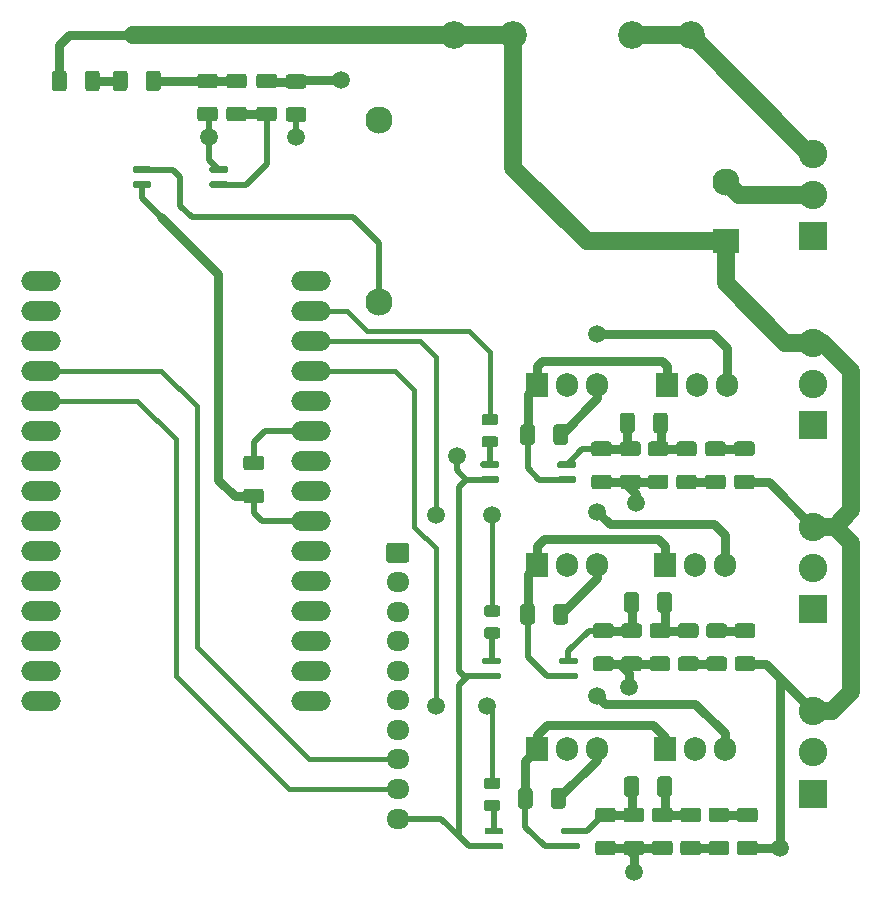
<source format=gbr>
G04 #@! TF.GenerationSoftware,KiCad,Pcbnew,(5.1.6)-1*
G04 #@! TF.CreationDate,2021-03-10T15:07:37+06:00*
G04 #@! TF.ProjectId,nodemcu01,6e6f6465-6d63-4753-9031-2e6b69636164,rev?*
G04 #@! TF.SameCoordinates,Original*
G04 #@! TF.FileFunction,Copper,L1,Top*
G04 #@! TF.FilePolarity,Positive*
%FSLAX46Y46*%
G04 Gerber Fmt 4.6, Leading zero omitted, Abs format (unit mm)*
G04 Created by KiCad (PCBNEW (5.1.6)-1) date 2021-03-10 15:07:37*
%MOMM*%
%LPD*%
G01*
G04 APERTURE LIST*
G04 #@! TA.AperFunction,ComponentPad*
%ADD10O,1.950000X1.700000*%
G04 #@! TD*
G04 #@! TA.AperFunction,ComponentPad*
%ADD11C,2.350000*%
G04 #@! TD*
G04 #@! TA.AperFunction,ComponentPad*
%ADD12C,2.300000*%
G04 #@! TD*
G04 #@! TA.AperFunction,ComponentPad*
%ADD13R,2.300000X2.000000*%
G04 #@! TD*
G04 #@! TA.AperFunction,ComponentPad*
%ADD14O,1.905000X2.000000*%
G04 #@! TD*
G04 #@! TA.AperFunction,ComponentPad*
%ADD15R,1.905000X2.000000*%
G04 #@! TD*
G04 #@! TA.AperFunction,ComponentPad*
%ADD16C,2.413000*%
G04 #@! TD*
G04 #@! TA.AperFunction,ComponentPad*
%ADD17R,2.413000X2.413000*%
G04 #@! TD*
G04 #@! TA.AperFunction,ComponentPad*
%ADD18O,3.352800X1.676400*%
G04 #@! TD*
G04 #@! TA.AperFunction,ViaPad*
%ADD19C,1.500000*%
G04 #@! TD*
G04 #@! TA.AperFunction,Conductor*
%ADD20C,0.400000*%
G04 #@! TD*
G04 #@! TA.AperFunction,Conductor*
%ADD21C,0.500000*%
G04 #@! TD*
G04 #@! TA.AperFunction,Conductor*
%ADD22C,0.800000*%
G04 #@! TD*
G04 #@! TA.AperFunction,Conductor*
%ADD23C,1.500000*%
G04 #@! TD*
G04 APERTURE END LIST*
D10*
G04 #@! TO.P,J5,10*
G04 #@! TO.N,GND*
X139800000Y-145500000D03*
G04 #@! TO.P,J5,9*
G04 #@! TO.N,SW9*
X139800000Y-143000000D03*
G04 #@! TO.P,J5,8*
G04 #@! TO.N,SW8*
X139800000Y-140500000D03*
G04 #@! TO.P,J5,7*
G04 #@! TO.N,SW7*
X139800000Y-138000000D03*
G04 #@! TO.P,J5,6*
G04 #@! TO.N,SW6*
X139800000Y-135500000D03*
G04 #@! TO.P,J5,5*
G04 #@! TO.N,SW5*
X139800000Y-133000000D03*
G04 #@! TO.P,J5,4*
G04 #@! TO.N,SW4*
X139800000Y-130500000D03*
G04 #@! TO.P,J5,3*
G04 #@! TO.N,SW3*
X139800000Y-128000000D03*
G04 #@! TO.P,J5,2*
G04 #@! TO.N,SW2*
X139800000Y-125500000D03*
G04 #@! TO.P,J5,1*
G04 #@! TO.N,SW1*
G04 #@! TA.AperFunction,ComponentPad*
G36*
G01*
X139075000Y-122150000D02*
X140525000Y-122150000D01*
G75*
G02*
X140775000Y-122400000I0J-250000D01*
G01*
X140775000Y-123600000D01*
G75*
G02*
X140525000Y-123850000I-250000J0D01*
G01*
X139075000Y-123850000D01*
G75*
G02*
X138825000Y-123600000I0J250000D01*
G01*
X138825000Y-122400000D01*
G75*
G02*
X139075000Y-122150000I250000J0D01*
G01*
G37*
G04 #@! TD.AperFunction*
G04 #@! TD*
G04 #@! TO.P,U3,4*
G04 #@! TO.N,ZC*
G04 #@! TA.AperFunction,SMDPad,CuDef*
G36*
G01*
X118950000Y-91697500D02*
X118950000Y-91972500D01*
G75*
G02*
X118812500Y-92110000I-137500J0D01*
G01*
X117487500Y-92110000D01*
G75*
G02*
X117350000Y-91972500I0J137500D01*
G01*
X117350000Y-91697500D01*
G75*
G02*
X117487500Y-91560000I137500J0D01*
G01*
X118812500Y-91560000D01*
G75*
G02*
X118950000Y-91697500I0J-137500D01*
G01*
G37*
G04 #@! TD.AperFunction*
G04 #@! TO.P,U3,3*
G04 #@! TO.N,GND*
G04 #@! TA.AperFunction,SMDPad,CuDef*
G36*
G01*
X118950000Y-90427500D02*
X118950000Y-90702500D01*
G75*
G02*
X118812500Y-90840000I-137500J0D01*
G01*
X117487500Y-90840000D01*
G75*
G02*
X117350000Y-90702500I0J137500D01*
G01*
X117350000Y-90427500D01*
G75*
G02*
X117487500Y-90290000I137500J0D01*
G01*
X118812500Y-90290000D01*
G75*
G02*
X118950000Y-90427500I0J-137500D01*
G01*
G37*
G04 #@! TD.AperFunction*
G04 #@! TO.P,U3,2*
G04 #@! TO.N,Net-(D3-Pad2)*
G04 #@! TA.AperFunction,SMDPad,CuDef*
G36*
G01*
X125450000Y-90427500D02*
X125450000Y-90702500D01*
G75*
G02*
X125312500Y-90840000I-137500J0D01*
G01*
X123987500Y-90840000D01*
G75*
G02*
X123850000Y-90702500I0J137500D01*
G01*
X123850000Y-90427500D01*
G75*
G02*
X123987500Y-90290000I137500J0D01*
G01*
X125312500Y-90290000D01*
G75*
G02*
X125450000Y-90427500I0J-137500D01*
G01*
G37*
G04 #@! TD.AperFunction*
G04 #@! TO.P,U3,1*
G04 #@! TO.N,Net-(D4-Pad1)*
G04 #@! TA.AperFunction,SMDPad,CuDef*
G36*
G01*
X125450000Y-91697500D02*
X125450000Y-91972500D01*
G75*
G02*
X125312500Y-92110000I-137500J0D01*
G01*
X123987500Y-92110000D01*
G75*
G02*
X123850000Y-91972500I0J137500D01*
G01*
X123850000Y-91697500D01*
G75*
G02*
X123987500Y-91560000I137500J0D01*
G01*
X125312500Y-91560000D01*
G75*
G02*
X125450000Y-91697500I0J-137500D01*
G01*
G37*
G04 #@! TD.AperFunction*
G04 #@! TD*
G04 #@! TO.P,U2,4*
G04 #@! TO.N,Net-(C5-Pad1)*
G04 #@! TA.AperFunction,SMDPad,CuDef*
G36*
G01*
X153650000Y-146702500D02*
X153650000Y-146427500D01*
G75*
G02*
X153787500Y-146290000I137500J0D01*
G01*
X155112500Y-146290000D01*
G75*
G02*
X155250000Y-146427500I0J-137500D01*
G01*
X155250000Y-146702500D01*
G75*
G02*
X155112500Y-146840000I-137500J0D01*
G01*
X153787500Y-146840000D01*
G75*
G02*
X153650000Y-146702500I0J137500D01*
G01*
G37*
G04 #@! TD.AperFunction*
G04 #@! TO.P,U2,3*
G04 #@! TO.N,Net-(Q5-Pad1)*
G04 #@! TA.AperFunction,SMDPad,CuDef*
G36*
G01*
X153650000Y-147972500D02*
X153650000Y-147697500D01*
G75*
G02*
X153787500Y-147560000I137500J0D01*
G01*
X155112500Y-147560000D01*
G75*
G02*
X155250000Y-147697500I0J-137500D01*
G01*
X155250000Y-147972500D01*
G75*
G02*
X155112500Y-148110000I-137500J0D01*
G01*
X153787500Y-148110000D01*
G75*
G02*
X153650000Y-147972500I0J137500D01*
G01*
G37*
G04 #@! TD.AperFunction*
G04 #@! TO.P,U2,2*
G04 #@! TO.N,GND*
G04 #@! TA.AperFunction,SMDPad,CuDef*
G36*
G01*
X147150000Y-147972500D02*
X147150000Y-147697500D01*
G75*
G02*
X147287500Y-147560000I137500J0D01*
G01*
X148612500Y-147560000D01*
G75*
G02*
X148750000Y-147697500I0J-137500D01*
G01*
X148750000Y-147972500D01*
G75*
G02*
X148612500Y-148110000I-137500J0D01*
G01*
X147287500Y-148110000D01*
G75*
G02*
X147150000Y-147972500I0J137500D01*
G01*
G37*
G04 #@! TD.AperFunction*
G04 #@! TO.P,U2,1*
G04 #@! TO.N,Net-(R3-Pad1)*
G04 #@! TA.AperFunction,SMDPad,CuDef*
G36*
G01*
X147150000Y-146702500D02*
X147150000Y-146427500D01*
G75*
G02*
X147287500Y-146290000I137500J0D01*
G01*
X148612500Y-146290000D01*
G75*
G02*
X148750000Y-146427500I0J-137500D01*
G01*
X148750000Y-146702500D01*
G75*
G02*
X148612500Y-146840000I-137500J0D01*
G01*
X147287500Y-146840000D01*
G75*
G02*
X147150000Y-146702500I0J137500D01*
G01*
G37*
G04 #@! TD.AperFunction*
G04 #@! TD*
G04 #@! TO.P,U1,4*
G04 #@! TO.N,Net-(C3-Pad1)*
G04 #@! TA.AperFunction,SMDPad,CuDef*
G36*
G01*
X153450000Y-132302500D02*
X153450000Y-132027500D01*
G75*
G02*
X153587500Y-131890000I137500J0D01*
G01*
X154912500Y-131890000D01*
G75*
G02*
X155050000Y-132027500I0J-137500D01*
G01*
X155050000Y-132302500D01*
G75*
G02*
X154912500Y-132440000I-137500J0D01*
G01*
X153587500Y-132440000D01*
G75*
G02*
X153450000Y-132302500I0J137500D01*
G01*
G37*
G04 #@! TD.AperFunction*
G04 #@! TO.P,U1,3*
G04 #@! TO.N,Net-(Q3-Pad1)*
G04 #@! TA.AperFunction,SMDPad,CuDef*
G36*
G01*
X153450000Y-133572500D02*
X153450000Y-133297500D01*
G75*
G02*
X153587500Y-133160000I137500J0D01*
G01*
X154912500Y-133160000D01*
G75*
G02*
X155050000Y-133297500I0J-137500D01*
G01*
X155050000Y-133572500D01*
G75*
G02*
X154912500Y-133710000I-137500J0D01*
G01*
X153587500Y-133710000D01*
G75*
G02*
X153450000Y-133572500I0J137500D01*
G01*
G37*
G04 #@! TD.AperFunction*
G04 #@! TO.P,U1,2*
G04 #@! TO.N,GND*
G04 #@! TA.AperFunction,SMDPad,CuDef*
G36*
G01*
X146950000Y-133572500D02*
X146950000Y-133297500D01*
G75*
G02*
X147087500Y-133160000I137500J0D01*
G01*
X148412500Y-133160000D01*
G75*
G02*
X148550000Y-133297500I0J-137500D01*
G01*
X148550000Y-133572500D01*
G75*
G02*
X148412500Y-133710000I-137500J0D01*
G01*
X147087500Y-133710000D01*
G75*
G02*
X146950000Y-133572500I0J137500D01*
G01*
G37*
G04 #@! TD.AperFunction*
G04 #@! TO.P,U1,1*
G04 #@! TO.N,Net-(R2-Pad1)*
G04 #@! TA.AperFunction,SMDPad,CuDef*
G36*
G01*
X146950000Y-132302500D02*
X146950000Y-132027500D01*
G75*
G02*
X147087500Y-131890000I137500J0D01*
G01*
X148412500Y-131890000D01*
G75*
G02*
X148550000Y-132027500I0J-137500D01*
G01*
X148550000Y-132302500D01*
G75*
G02*
X148412500Y-132440000I-137500J0D01*
G01*
X147087500Y-132440000D01*
G75*
G02*
X146950000Y-132302500I0J137500D01*
G01*
G37*
G04 #@! TD.AperFunction*
G04 #@! TD*
G04 #@! TO.P,U5,4*
G04 #@! TO.N,Net-(C1-Pad1)*
G04 #@! TA.AperFunction,SMDPad,CuDef*
G36*
G01*
X153300000Y-115667500D02*
X153300000Y-115392500D01*
G75*
G02*
X153437500Y-115255000I137500J0D01*
G01*
X154762500Y-115255000D01*
G75*
G02*
X154900000Y-115392500I0J-137500D01*
G01*
X154900000Y-115667500D01*
G75*
G02*
X154762500Y-115805000I-137500J0D01*
G01*
X153437500Y-115805000D01*
G75*
G02*
X153300000Y-115667500I0J137500D01*
G01*
G37*
G04 #@! TD.AperFunction*
G04 #@! TO.P,U5,3*
G04 #@! TO.N,Net-(Q1-Pad1)*
G04 #@! TA.AperFunction,SMDPad,CuDef*
G36*
G01*
X153300000Y-116937500D02*
X153300000Y-116662500D01*
G75*
G02*
X153437500Y-116525000I137500J0D01*
G01*
X154762500Y-116525000D01*
G75*
G02*
X154900000Y-116662500I0J-137500D01*
G01*
X154900000Y-116937500D01*
G75*
G02*
X154762500Y-117075000I-137500J0D01*
G01*
X153437500Y-117075000D01*
G75*
G02*
X153300000Y-116937500I0J137500D01*
G01*
G37*
G04 #@! TD.AperFunction*
G04 #@! TO.P,U5,2*
G04 #@! TO.N,GND*
G04 #@! TA.AperFunction,SMDPad,CuDef*
G36*
G01*
X146800000Y-116937500D02*
X146800000Y-116662500D01*
G75*
G02*
X146937500Y-116525000I137500J0D01*
G01*
X148262500Y-116525000D01*
G75*
G02*
X148400000Y-116662500I0J-137500D01*
G01*
X148400000Y-116937500D01*
G75*
G02*
X148262500Y-117075000I-137500J0D01*
G01*
X146937500Y-117075000D01*
G75*
G02*
X146800000Y-116937500I0J137500D01*
G01*
G37*
G04 #@! TD.AperFunction*
G04 #@! TO.P,U5,1*
G04 #@! TO.N,Net-(R1-Pad1)*
G04 #@! TA.AperFunction,SMDPad,CuDef*
G36*
G01*
X146800000Y-115667500D02*
X146800000Y-115392500D01*
G75*
G02*
X146937500Y-115255000I137500J0D01*
G01*
X148262500Y-115255000D01*
G75*
G02*
X148400000Y-115392500I0J-137500D01*
G01*
X148400000Y-115667500D01*
G75*
G02*
X148262500Y-115805000I-137500J0D01*
G01*
X146937500Y-115805000D01*
G75*
G02*
X146800000Y-115667500I0J137500D01*
G01*
G37*
G04 #@! TD.AperFunction*
G04 #@! TD*
G04 #@! TO.P,R3,2*
G04 #@! TO.N,Net-(M1-Pad27)*
G04 #@! TA.AperFunction,SMDPad,CuDef*
G36*
G01*
X148256250Y-143012500D02*
X147343750Y-143012500D01*
G75*
G02*
X147100000Y-142768750I0J243750D01*
G01*
X147100000Y-142281250D01*
G75*
G02*
X147343750Y-142037500I243750J0D01*
G01*
X148256250Y-142037500D01*
G75*
G02*
X148500000Y-142281250I0J-243750D01*
G01*
X148500000Y-142768750D01*
G75*
G02*
X148256250Y-143012500I-243750J0D01*
G01*
G37*
G04 #@! TD.AperFunction*
G04 #@! TO.P,R3,1*
G04 #@! TO.N,Net-(R3-Pad1)*
G04 #@! TA.AperFunction,SMDPad,CuDef*
G36*
G01*
X148256250Y-144887500D02*
X147343750Y-144887500D01*
G75*
G02*
X147100000Y-144643750I0J243750D01*
G01*
X147100000Y-144156250D01*
G75*
G02*
X147343750Y-143912500I243750J0D01*
G01*
X148256250Y-143912500D01*
G75*
G02*
X148500000Y-144156250I0J-243750D01*
G01*
X148500000Y-144643750D01*
G75*
G02*
X148256250Y-144887500I-243750J0D01*
G01*
G37*
G04 #@! TD.AperFunction*
G04 #@! TD*
G04 #@! TO.P,R2,2*
G04 #@! TO.N,Net-(M1-Pad28)*
G04 #@! TA.AperFunction,SMDPad,CuDef*
G36*
G01*
X148256250Y-128412500D02*
X147343750Y-128412500D01*
G75*
G02*
X147100000Y-128168750I0J243750D01*
G01*
X147100000Y-127681250D01*
G75*
G02*
X147343750Y-127437500I243750J0D01*
G01*
X148256250Y-127437500D01*
G75*
G02*
X148500000Y-127681250I0J-243750D01*
G01*
X148500000Y-128168750D01*
G75*
G02*
X148256250Y-128412500I-243750J0D01*
G01*
G37*
G04 #@! TD.AperFunction*
G04 #@! TO.P,R2,1*
G04 #@! TO.N,Net-(R2-Pad1)*
G04 #@! TA.AperFunction,SMDPad,CuDef*
G36*
G01*
X148256250Y-130287500D02*
X147343750Y-130287500D01*
G75*
G02*
X147100000Y-130043750I0J243750D01*
G01*
X147100000Y-129556250D01*
G75*
G02*
X147343750Y-129312500I243750J0D01*
G01*
X148256250Y-129312500D01*
G75*
G02*
X148500000Y-129556250I0J-243750D01*
G01*
X148500000Y-130043750D01*
G75*
G02*
X148256250Y-130287500I-243750J0D01*
G01*
G37*
G04 #@! TD.AperFunction*
G04 #@! TD*
G04 #@! TO.P,R1,2*
G04 #@! TO.N,Net-(M1-Pad29)*
G04 #@! TA.AperFunction,SMDPad,CuDef*
G36*
G01*
X148056250Y-112212500D02*
X147143750Y-112212500D01*
G75*
G02*
X146900000Y-111968750I0J243750D01*
G01*
X146900000Y-111481250D01*
G75*
G02*
X147143750Y-111237500I243750J0D01*
G01*
X148056250Y-111237500D01*
G75*
G02*
X148300000Y-111481250I0J-243750D01*
G01*
X148300000Y-111968750D01*
G75*
G02*
X148056250Y-112212500I-243750J0D01*
G01*
G37*
G04 #@! TD.AperFunction*
G04 #@! TO.P,R1,1*
G04 #@! TO.N,Net-(R1-Pad1)*
G04 #@! TA.AperFunction,SMDPad,CuDef*
G36*
G01*
X148056250Y-114087500D02*
X147143750Y-114087500D01*
G75*
G02*
X146900000Y-113843750I0J243750D01*
G01*
X146900000Y-113356250D01*
G75*
G02*
X147143750Y-113112500I243750J0D01*
G01*
X148056250Y-113112500D01*
G75*
G02*
X148300000Y-113356250I0J-243750D01*
G01*
X148300000Y-113843750D01*
G75*
G02*
X148056250Y-114087500I-243750J0D01*
G01*
G37*
G04 #@! TD.AperFunction*
G04 #@! TD*
D11*
G04 #@! TO.P,F1,1*
G04 #@! TO.N,Net-(F1-Pad1)*
X164600000Y-79200000D03*
X159600000Y-79200000D03*
G04 #@! TO.P,F1,2*
G04 #@! TO.N,ACL*
X144600000Y-79200000D03*
X149600000Y-79200000D03*
G04 #@! TD*
G04 #@! TO.P,R18,2*
G04 #@! TO.N,Net-(M1-Pad25)*
G04 #@! TA.AperFunction,SMDPad,CuDef*
G36*
G01*
X128225000Y-116025000D02*
X126975000Y-116025000D01*
G75*
G02*
X126725000Y-115775000I0J250000D01*
G01*
X126725000Y-115025000D01*
G75*
G02*
X126975000Y-114775000I250000J0D01*
G01*
X128225000Y-114775000D01*
G75*
G02*
X128475000Y-115025000I0J-250000D01*
G01*
X128475000Y-115775000D01*
G75*
G02*
X128225000Y-116025000I-250000J0D01*
G01*
G37*
G04 #@! TD.AperFunction*
G04 #@! TO.P,R18,1*
G04 #@! TO.N,ZC*
G04 #@! TA.AperFunction,SMDPad,CuDef*
G36*
G01*
X128225000Y-118825000D02*
X126975000Y-118825000D01*
G75*
G02*
X126725000Y-118575000I0J250000D01*
G01*
X126725000Y-117825000D01*
G75*
G02*
X126975000Y-117575000I250000J0D01*
G01*
X128225000Y-117575000D01*
G75*
G02*
X128475000Y-117825000I0J-250000D01*
G01*
X128475000Y-118575000D01*
G75*
G02*
X128225000Y-118825000I-250000J0D01*
G01*
G37*
G04 #@! TD.AperFunction*
G04 #@! TD*
D12*
G04 #@! TO.P,PS1,4*
G04 #@! TO.N,VDD*
X138200000Y-86400000D03*
G04 #@! TO.P,PS1,2*
G04 #@! TO.N,ACN*
X167600000Y-91600000D03*
D13*
G04 #@! TO.P,PS1,1*
G04 #@! TO.N,ACL*
X167600000Y-96600000D03*
D12*
G04 #@! TO.P,PS1,3*
G04 #@! TO.N,GND*
X138200000Y-101800000D03*
G04 #@! TD*
G04 #@! TO.P,R17,2*
G04 #@! TO.N,ACL*
G04 #@! TA.AperFunction,SMDPad,CuDef*
G36*
G01*
X168775000Y-147375000D02*
X170025000Y-147375000D01*
G75*
G02*
X170275000Y-147625000I0J-250000D01*
G01*
X170275000Y-148375000D01*
G75*
G02*
X170025000Y-148625000I-250000J0D01*
G01*
X168775000Y-148625000D01*
G75*
G02*
X168525000Y-148375000I0J250000D01*
G01*
X168525000Y-147625000D01*
G75*
G02*
X168775000Y-147375000I250000J0D01*
G01*
G37*
G04 #@! TD.AperFunction*
G04 #@! TO.P,R17,1*
G04 #@! TO.N,Net-(R16-Pad1)*
G04 #@! TA.AperFunction,SMDPad,CuDef*
G36*
G01*
X168775000Y-144575000D02*
X170025000Y-144575000D01*
G75*
G02*
X170275000Y-144825000I0J-250000D01*
G01*
X170275000Y-145575000D01*
G75*
G02*
X170025000Y-145825000I-250000J0D01*
G01*
X168775000Y-145825000D01*
G75*
G02*
X168525000Y-145575000I0J250000D01*
G01*
X168525000Y-144825000D01*
G75*
G02*
X168775000Y-144575000I250000J0D01*
G01*
G37*
G04 #@! TD.AperFunction*
G04 #@! TD*
G04 #@! TO.P,R16,2*
G04 #@! TO.N,Net-(D10-Pad2)*
G04 #@! TA.AperFunction,SMDPad,CuDef*
G36*
G01*
X166375000Y-147375000D02*
X167625000Y-147375000D01*
G75*
G02*
X167875000Y-147625000I0J-250000D01*
G01*
X167875000Y-148375000D01*
G75*
G02*
X167625000Y-148625000I-250000J0D01*
G01*
X166375000Y-148625000D01*
G75*
G02*
X166125000Y-148375000I0J250000D01*
G01*
X166125000Y-147625000D01*
G75*
G02*
X166375000Y-147375000I250000J0D01*
G01*
G37*
G04 #@! TD.AperFunction*
G04 #@! TO.P,R16,1*
G04 #@! TO.N,Net-(R16-Pad1)*
G04 #@! TA.AperFunction,SMDPad,CuDef*
G36*
G01*
X166375000Y-144575000D02*
X167625000Y-144575000D01*
G75*
G02*
X167875000Y-144825000I0J-250000D01*
G01*
X167875000Y-145575000D01*
G75*
G02*
X167625000Y-145825000I-250000J0D01*
G01*
X166375000Y-145825000D01*
G75*
G02*
X166125000Y-145575000I0J250000D01*
G01*
X166125000Y-144825000D01*
G75*
G02*
X166375000Y-144575000I250000J0D01*
G01*
G37*
G04 #@! TD.AperFunction*
G04 #@! TD*
G04 #@! TO.P,R15,2*
G04 #@! TO.N,Net-(C6-Pad1)*
G04 #@! TA.AperFunction,SMDPad,CuDef*
G36*
G01*
X161775000Y-143425000D02*
X161775000Y-142175000D01*
G75*
G02*
X162025000Y-141925000I250000J0D01*
G01*
X162775000Y-141925000D01*
G75*
G02*
X163025000Y-142175000I0J-250000D01*
G01*
X163025000Y-143425000D01*
G75*
G02*
X162775000Y-143675000I-250000J0D01*
G01*
X162025000Y-143675000D01*
G75*
G02*
X161775000Y-143425000I0J250000D01*
G01*
G37*
G04 #@! TD.AperFunction*
G04 #@! TO.P,R15,1*
G04 #@! TO.N,Net-(C5-Pad1)*
G04 #@! TA.AperFunction,SMDPad,CuDef*
G36*
G01*
X158975000Y-143425000D02*
X158975000Y-142175000D01*
G75*
G02*
X159225000Y-141925000I250000J0D01*
G01*
X159975000Y-141925000D01*
G75*
G02*
X160225000Y-142175000I0J-250000D01*
G01*
X160225000Y-143425000D01*
G75*
G02*
X159975000Y-143675000I-250000J0D01*
G01*
X159225000Y-143675000D01*
G75*
G02*
X158975000Y-143425000I0J250000D01*
G01*
G37*
G04 #@! TD.AperFunction*
G04 #@! TD*
G04 #@! TO.P,R14,2*
G04 #@! TO.N,Net-(C5-Pad2)*
G04 #@! TA.AperFunction,SMDPad,CuDef*
G36*
G01*
X152775000Y-144425000D02*
X152775000Y-143175000D01*
G75*
G02*
X153025000Y-142925000I250000J0D01*
G01*
X153775000Y-142925000D01*
G75*
G02*
X154025000Y-143175000I0J-250000D01*
G01*
X154025000Y-144425000D01*
G75*
G02*
X153775000Y-144675000I-250000J0D01*
G01*
X153025000Y-144675000D01*
G75*
G02*
X152775000Y-144425000I0J250000D01*
G01*
G37*
G04 #@! TD.AperFunction*
G04 #@! TO.P,R14,1*
G04 #@! TO.N,Net-(Q5-Pad1)*
G04 #@! TA.AperFunction,SMDPad,CuDef*
G36*
G01*
X149975000Y-144425000D02*
X149975000Y-143175000D01*
G75*
G02*
X150225000Y-142925000I250000J0D01*
G01*
X150975000Y-142925000D01*
G75*
G02*
X151225000Y-143175000I0J-250000D01*
G01*
X151225000Y-144425000D01*
G75*
G02*
X150975000Y-144675000I-250000J0D01*
G01*
X150225000Y-144675000D01*
G75*
G02*
X149975000Y-144425000I0J250000D01*
G01*
G37*
G04 #@! TD.AperFunction*
G04 #@! TD*
D14*
G04 #@! TO.P,Q6,3*
G04 #@! TO.N,Net-(C5-Pad2)*
X156680000Y-139600000D03*
G04 #@! TO.P,Q6,2*
G04 #@! TO.N,ACN*
X154140000Y-139600000D03*
D15*
G04 #@! TO.P,Q6,1*
G04 #@! TO.N,Net-(Q5-Pad1)*
X151600000Y-139600000D03*
G04 #@! TD*
D14*
G04 #@! TO.P,Q5,3*
G04 #@! TO.N,Net-(C5-Pad2)*
X167480000Y-139600000D03*
G04 #@! TO.P,Q5,2*
G04 #@! TO.N,CH3*
X164940000Y-139600000D03*
D15*
G04 #@! TO.P,Q5,1*
G04 #@! TO.N,Net-(Q5-Pad1)*
X162400000Y-139600000D03*
G04 #@! TD*
D16*
G04 #@! TO.P,J4,3*
G04 #@! TO.N,ACL*
X175000000Y-136402300D03*
G04 #@! TO.P,J4,2*
G04 #@! TO.N,N/C*
X175000000Y-139902420D03*
D17*
G04 #@! TO.P,J4,1*
G04 #@! TO.N,CH3*
X175000000Y-143400000D03*
G04 #@! TD*
G04 #@! TO.P,D10,2*
G04 #@! TO.N,Net-(D10-Pad2)*
G04 #@! TA.AperFunction,SMDPad,CuDef*
G36*
G01*
X163975000Y-147375000D02*
X165225000Y-147375000D01*
G75*
G02*
X165475000Y-147625000I0J-250000D01*
G01*
X165475000Y-148375000D01*
G75*
G02*
X165225000Y-148625000I-250000J0D01*
G01*
X163975000Y-148625000D01*
G75*
G02*
X163725000Y-148375000I0J250000D01*
G01*
X163725000Y-147625000D01*
G75*
G02*
X163975000Y-147375000I250000J0D01*
G01*
G37*
G04 #@! TD.AperFunction*
G04 #@! TO.P,D10,1*
G04 #@! TO.N,Net-(C6-Pad1)*
G04 #@! TA.AperFunction,SMDPad,CuDef*
G36*
G01*
X163975000Y-144575000D02*
X165225000Y-144575000D01*
G75*
G02*
X165475000Y-144825000I0J-250000D01*
G01*
X165475000Y-145575000D01*
G75*
G02*
X165225000Y-145825000I-250000J0D01*
G01*
X163975000Y-145825000D01*
G75*
G02*
X163725000Y-145575000I0J250000D01*
G01*
X163725000Y-144825000D01*
G75*
G02*
X163975000Y-144575000I250000J0D01*
G01*
G37*
G04 #@! TD.AperFunction*
G04 #@! TD*
G04 #@! TO.P,D9,2*
G04 #@! TO.N,Net-(C5-Pad2)*
G04 #@! TA.AperFunction,SMDPad,CuDef*
G36*
G01*
X156775000Y-147375000D02*
X158025000Y-147375000D01*
G75*
G02*
X158275000Y-147625000I0J-250000D01*
G01*
X158275000Y-148375000D01*
G75*
G02*
X158025000Y-148625000I-250000J0D01*
G01*
X156775000Y-148625000D01*
G75*
G02*
X156525000Y-148375000I0J250000D01*
G01*
X156525000Y-147625000D01*
G75*
G02*
X156775000Y-147375000I250000J0D01*
G01*
G37*
G04 #@! TD.AperFunction*
G04 #@! TO.P,D9,1*
G04 #@! TO.N,Net-(C5-Pad1)*
G04 #@! TA.AperFunction,SMDPad,CuDef*
G36*
G01*
X156775000Y-144575000D02*
X158025000Y-144575000D01*
G75*
G02*
X158275000Y-144825000I0J-250000D01*
G01*
X158275000Y-145575000D01*
G75*
G02*
X158025000Y-145825000I-250000J0D01*
G01*
X156775000Y-145825000D01*
G75*
G02*
X156525000Y-145575000I0J250000D01*
G01*
X156525000Y-144825000D01*
G75*
G02*
X156775000Y-144575000I250000J0D01*
G01*
G37*
G04 #@! TD.AperFunction*
G04 #@! TD*
G04 #@! TO.P,C6,2*
G04 #@! TO.N,Net-(C5-Pad2)*
G04 #@! TA.AperFunction,SMDPad,CuDef*
G36*
G01*
X161575000Y-147375000D02*
X162825000Y-147375000D01*
G75*
G02*
X163075000Y-147625000I0J-250000D01*
G01*
X163075000Y-148375000D01*
G75*
G02*
X162825000Y-148625000I-250000J0D01*
G01*
X161575000Y-148625000D01*
G75*
G02*
X161325000Y-148375000I0J250000D01*
G01*
X161325000Y-147625000D01*
G75*
G02*
X161575000Y-147375000I250000J0D01*
G01*
G37*
G04 #@! TD.AperFunction*
G04 #@! TO.P,C6,1*
G04 #@! TO.N,Net-(C6-Pad1)*
G04 #@! TA.AperFunction,SMDPad,CuDef*
G36*
G01*
X161575000Y-144575000D02*
X162825000Y-144575000D01*
G75*
G02*
X163075000Y-144825000I0J-250000D01*
G01*
X163075000Y-145575000D01*
G75*
G02*
X162825000Y-145825000I-250000J0D01*
G01*
X161575000Y-145825000D01*
G75*
G02*
X161325000Y-145575000I0J250000D01*
G01*
X161325000Y-144825000D01*
G75*
G02*
X161575000Y-144575000I250000J0D01*
G01*
G37*
G04 #@! TD.AperFunction*
G04 #@! TD*
G04 #@! TO.P,C5,2*
G04 #@! TO.N,Net-(C5-Pad2)*
G04 #@! TA.AperFunction,SMDPad,CuDef*
G36*
G01*
X159175000Y-147375000D02*
X160425000Y-147375000D01*
G75*
G02*
X160675000Y-147625000I0J-250000D01*
G01*
X160675000Y-148375000D01*
G75*
G02*
X160425000Y-148625000I-250000J0D01*
G01*
X159175000Y-148625000D01*
G75*
G02*
X158925000Y-148375000I0J250000D01*
G01*
X158925000Y-147625000D01*
G75*
G02*
X159175000Y-147375000I250000J0D01*
G01*
G37*
G04 #@! TD.AperFunction*
G04 #@! TO.P,C5,1*
G04 #@! TO.N,Net-(C5-Pad1)*
G04 #@! TA.AperFunction,SMDPad,CuDef*
G36*
G01*
X159175000Y-144575000D02*
X160425000Y-144575000D01*
G75*
G02*
X160675000Y-144825000I0J-250000D01*
G01*
X160675000Y-145575000D01*
G75*
G02*
X160425000Y-145825000I-250000J0D01*
G01*
X159175000Y-145825000D01*
G75*
G02*
X158925000Y-145575000I0J250000D01*
G01*
X158925000Y-144825000D01*
G75*
G02*
X159175000Y-144575000I250000J0D01*
G01*
G37*
G04 #@! TD.AperFunction*
G04 #@! TD*
G04 #@! TO.P,R13,2*
G04 #@! TO.N,ACL*
G04 #@! TA.AperFunction,SMDPad,CuDef*
G36*
G01*
X168575000Y-131775000D02*
X169825000Y-131775000D01*
G75*
G02*
X170075000Y-132025000I0J-250000D01*
G01*
X170075000Y-132775000D01*
G75*
G02*
X169825000Y-133025000I-250000J0D01*
G01*
X168575000Y-133025000D01*
G75*
G02*
X168325000Y-132775000I0J250000D01*
G01*
X168325000Y-132025000D01*
G75*
G02*
X168575000Y-131775000I250000J0D01*
G01*
G37*
G04 #@! TD.AperFunction*
G04 #@! TO.P,R13,1*
G04 #@! TO.N,Net-(R12-Pad1)*
G04 #@! TA.AperFunction,SMDPad,CuDef*
G36*
G01*
X168575000Y-128975000D02*
X169825000Y-128975000D01*
G75*
G02*
X170075000Y-129225000I0J-250000D01*
G01*
X170075000Y-129975000D01*
G75*
G02*
X169825000Y-130225000I-250000J0D01*
G01*
X168575000Y-130225000D01*
G75*
G02*
X168325000Y-129975000I0J250000D01*
G01*
X168325000Y-129225000D01*
G75*
G02*
X168575000Y-128975000I250000J0D01*
G01*
G37*
G04 #@! TD.AperFunction*
G04 #@! TD*
G04 #@! TO.P,R12,2*
G04 #@! TO.N,Net-(D8-Pad2)*
G04 #@! TA.AperFunction,SMDPad,CuDef*
G36*
G01*
X166175000Y-131775000D02*
X167425000Y-131775000D01*
G75*
G02*
X167675000Y-132025000I0J-250000D01*
G01*
X167675000Y-132775000D01*
G75*
G02*
X167425000Y-133025000I-250000J0D01*
G01*
X166175000Y-133025000D01*
G75*
G02*
X165925000Y-132775000I0J250000D01*
G01*
X165925000Y-132025000D01*
G75*
G02*
X166175000Y-131775000I250000J0D01*
G01*
G37*
G04 #@! TD.AperFunction*
G04 #@! TO.P,R12,1*
G04 #@! TO.N,Net-(R12-Pad1)*
G04 #@! TA.AperFunction,SMDPad,CuDef*
G36*
G01*
X166175000Y-128975000D02*
X167425000Y-128975000D01*
G75*
G02*
X167675000Y-129225000I0J-250000D01*
G01*
X167675000Y-129975000D01*
G75*
G02*
X167425000Y-130225000I-250000J0D01*
G01*
X166175000Y-130225000D01*
G75*
G02*
X165925000Y-129975000I0J250000D01*
G01*
X165925000Y-129225000D01*
G75*
G02*
X166175000Y-128975000I250000J0D01*
G01*
G37*
G04 #@! TD.AperFunction*
G04 #@! TD*
G04 #@! TO.P,R11,2*
G04 #@! TO.N,Net-(C4-Pad1)*
G04 #@! TA.AperFunction,SMDPad,CuDef*
G36*
G01*
X161775000Y-127825000D02*
X161775000Y-126575000D01*
G75*
G02*
X162025000Y-126325000I250000J0D01*
G01*
X162775000Y-126325000D01*
G75*
G02*
X163025000Y-126575000I0J-250000D01*
G01*
X163025000Y-127825000D01*
G75*
G02*
X162775000Y-128075000I-250000J0D01*
G01*
X162025000Y-128075000D01*
G75*
G02*
X161775000Y-127825000I0J250000D01*
G01*
G37*
G04 #@! TD.AperFunction*
G04 #@! TO.P,R11,1*
G04 #@! TO.N,Net-(C3-Pad1)*
G04 #@! TA.AperFunction,SMDPad,CuDef*
G36*
G01*
X158975000Y-127825000D02*
X158975000Y-126575000D01*
G75*
G02*
X159225000Y-126325000I250000J0D01*
G01*
X159975000Y-126325000D01*
G75*
G02*
X160225000Y-126575000I0J-250000D01*
G01*
X160225000Y-127825000D01*
G75*
G02*
X159975000Y-128075000I-250000J0D01*
G01*
X159225000Y-128075000D01*
G75*
G02*
X158975000Y-127825000I0J250000D01*
G01*
G37*
G04 #@! TD.AperFunction*
G04 #@! TD*
G04 #@! TO.P,R10,2*
G04 #@! TO.N,Net-(C3-Pad2)*
G04 #@! TA.AperFunction,SMDPad,CuDef*
G36*
G01*
X152975000Y-128825000D02*
X152975000Y-127575000D01*
G75*
G02*
X153225000Y-127325000I250000J0D01*
G01*
X153975000Y-127325000D01*
G75*
G02*
X154225000Y-127575000I0J-250000D01*
G01*
X154225000Y-128825000D01*
G75*
G02*
X153975000Y-129075000I-250000J0D01*
G01*
X153225000Y-129075000D01*
G75*
G02*
X152975000Y-128825000I0J250000D01*
G01*
G37*
G04 #@! TD.AperFunction*
G04 #@! TO.P,R10,1*
G04 #@! TO.N,Net-(Q3-Pad1)*
G04 #@! TA.AperFunction,SMDPad,CuDef*
G36*
G01*
X150175000Y-128825000D02*
X150175000Y-127575000D01*
G75*
G02*
X150425000Y-127325000I250000J0D01*
G01*
X151175000Y-127325000D01*
G75*
G02*
X151425000Y-127575000I0J-250000D01*
G01*
X151425000Y-128825000D01*
G75*
G02*
X151175000Y-129075000I-250000J0D01*
G01*
X150425000Y-129075000D01*
G75*
G02*
X150175000Y-128825000I0J250000D01*
G01*
G37*
G04 #@! TD.AperFunction*
G04 #@! TD*
D14*
G04 #@! TO.P,Q4,3*
G04 #@! TO.N,Net-(C3-Pad2)*
X156680000Y-124000000D03*
G04 #@! TO.P,Q4,2*
G04 #@! TO.N,ACN*
X154140000Y-124000000D03*
D15*
G04 #@! TO.P,Q4,1*
G04 #@! TO.N,Net-(Q3-Pad1)*
X151600000Y-124000000D03*
G04 #@! TD*
D14*
G04 #@! TO.P,Q3,3*
G04 #@! TO.N,Net-(C3-Pad2)*
X167480000Y-124000000D03*
G04 #@! TO.P,Q3,2*
G04 #@! TO.N,CH2*
X164940000Y-124000000D03*
D15*
G04 #@! TO.P,Q3,1*
G04 #@! TO.N,Net-(Q3-Pad1)*
X162400000Y-124000000D03*
G04 #@! TD*
D16*
G04 #@! TO.P,J3,3*
G04 #@! TO.N,ACL*
X175000000Y-120802300D03*
G04 #@! TO.P,J3,2*
G04 #@! TO.N,N/C*
X175000000Y-124302420D03*
D17*
G04 #@! TO.P,J3,1*
G04 #@! TO.N,CH2*
X175000000Y-127800000D03*
G04 #@! TD*
G04 #@! TO.P,D8,2*
G04 #@! TO.N,Net-(D8-Pad2)*
G04 #@! TA.AperFunction,SMDPad,CuDef*
G36*
G01*
X163775000Y-131775000D02*
X165025000Y-131775000D01*
G75*
G02*
X165275000Y-132025000I0J-250000D01*
G01*
X165275000Y-132775000D01*
G75*
G02*
X165025000Y-133025000I-250000J0D01*
G01*
X163775000Y-133025000D01*
G75*
G02*
X163525000Y-132775000I0J250000D01*
G01*
X163525000Y-132025000D01*
G75*
G02*
X163775000Y-131775000I250000J0D01*
G01*
G37*
G04 #@! TD.AperFunction*
G04 #@! TO.P,D8,1*
G04 #@! TO.N,Net-(C4-Pad1)*
G04 #@! TA.AperFunction,SMDPad,CuDef*
G36*
G01*
X163775000Y-128975000D02*
X165025000Y-128975000D01*
G75*
G02*
X165275000Y-129225000I0J-250000D01*
G01*
X165275000Y-129975000D01*
G75*
G02*
X165025000Y-130225000I-250000J0D01*
G01*
X163775000Y-130225000D01*
G75*
G02*
X163525000Y-129975000I0J250000D01*
G01*
X163525000Y-129225000D01*
G75*
G02*
X163775000Y-128975000I250000J0D01*
G01*
G37*
G04 #@! TD.AperFunction*
G04 #@! TD*
G04 #@! TO.P,D7,2*
G04 #@! TO.N,Net-(C3-Pad2)*
G04 #@! TA.AperFunction,SMDPad,CuDef*
G36*
G01*
X156575000Y-131775000D02*
X157825000Y-131775000D01*
G75*
G02*
X158075000Y-132025000I0J-250000D01*
G01*
X158075000Y-132775000D01*
G75*
G02*
X157825000Y-133025000I-250000J0D01*
G01*
X156575000Y-133025000D01*
G75*
G02*
X156325000Y-132775000I0J250000D01*
G01*
X156325000Y-132025000D01*
G75*
G02*
X156575000Y-131775000I250000J0D01*
G01*
G37*
G04 #@! TD.AperFunction*
G04 #@! TO.P,D7,1*
G04 #@! TO.N,Net-(C3-Pad1)*
G04 #@! TA.AperFunction,SMDPad,CuDef*
G36*
G01*
X156575000Y-128975000D02*
X157825000Y-128975000D01*
G75*
G02*
X158075000Y-129225000I0J-250000D01*
G01*
X158075000Y-129975000D01*
G75*
G02*
X157825000Y-130225000I-250000J0D01*
G01*
X156575000Y-130225000D01*
G75*
G02*
X156325000Y-129975000I0J250000D01*
G01*
X156325000Y-129225000D01*
G75*
G02*
X156575000Y-128975000I250000J0D01*
G01*
G37*
G04 #@! TD.AperFunction*
G04 #@! TD*
G04 #@! TO.P,C4,2*
G04 #@! TO.N,Net-(C3-Pad2)*
G04 #@! TA.AperFunction,SMDPad,CuDef*
G36*
G01*
X161375000Y-131775000D02*
X162625000Y-131775000D01*
G75*
G02*
X162875000Y-132025000I0J-250000D01*
G01*
X162875000Y-132775000D01*
G75*
G02*
X162625000Y-133025000I-250000J0D01*
G01*
X161375000Y-133025000D01*
G75*
G02*
X161125000Y-132775000I0J250000D01*
G01*
X161125000Y-132025000D01*
G75*
G02*
X161375000Y-131775000I250000J0D01*
G01*
G37*
G04 #@! TD.AperFunction*
G04 #@! TO.P,C4,1*
G04 #@! TO.N,Net-(C4-Pad1)*
G04 #@! TA.AperFunction,SMDPad,CuDef*
G36*
G01*
X161375000Y-128975000D02*
X162625000Y-128975000D01*
G75*
G02*
X162875000Y-129225000I0J-250000D01*
G01*
X162875000Y-129975000D01*
G75*
G02*
X162625000Y-130225000I-250000J0D01*
G01*
X161375000Y-130225000D01*
G75*
G02*
X161125000Y-129975000I0J250000D01*
G01*
X161125000Y-129225000D01*
G75*
G02*
X161375000Y-128975000I250000J0D01*
G01*
G37*
G04 #@! TD.AperFunction*
G04 #@! TD*
G04 #@! TO.P,C3,2*
G04 #@! TO.N,Net-(C3-Pad2)*
G04 #@! TA.AperFunction,SMDPad,CuDef*
G36*
G01*
X158975000Y-131775000D02*
X160225000Y-131775000D01*
G75*
G02*
X160475000Y-132025000I0J-250000D01*
G01*
X160475000Y-132775000D01*
G75*
G02*
X160225000Y-133025000I-250000J0D01*
G01*
X158975000Y-133025000D01*
G75*
G02*
X158725000Y-132775000I0J250000D01*
G01*
X158725000Y-132025000D01*
G75*
G02*
X158975000Y-131775000I250000J0D01*
G01*
G37*
G04 #@! TD.AperFunction*
G04 #@! TO.P,C3,1*
G04 #@! TO.N,Net-(C3-Pad1)*
G04 #@! TA.AperFunction,SMDPad,CuDef*
G36*
G01*
X158975000Y-128975000D02*
X160225000Y-128975000D01*
G75*
G02*
X160475000Y-129225000I0J-250000D01*
G01*
X160475000Y-129975000D01*
G75*
G02*
X160225000Y-130225000I-250000J0D01*
G01*
X158975000Y-130225000D01*
G75*
G02*
X158725000Y-129975000I0J250000D01*
G01*
X158725000Y-129225000D01*
G75*
G02*
X158975000Y-128975000I250000J0D01*
G01*
G37*
G04 #@! TD.AperFunction*
G04 #@! TD*
G04 #@! TO.P,R9,2*
G04 #@! TO.N,ACL*
G04 #@! TA.AperFunction,SMDPad,CuDef*
G36*
G01*
X111775000Y-82425000D02*
X111775000Y-83675000D01*
G75*
G02*
X111525000Y-83925000I-250000J0D01*
G01*
X110775000Y-83925000D01*
G75*
G02*
X110525000Y-83675000I0J250000D01*
G01*
X110525000Y-82425000D01*
G75*
G02*
X110775000Y-82175000I250000J0D01*
G01*
X111525000Y-82175000D01*
G75*
G02*
X111775000Y-82425000I0J-250000D01*
G01*
G37*
G04 #@! TD.AperFunction*
G04 #@! TO.P,R9,1*
G04 #@! TO.N,Net-(R8-Pad2)*
G04 #@! TA.AperFunction,SMDPad,CuDef*
G36*
G01*
X114575000Y-82425000D02*
X114575000Y-83675000D01*
G75*
G02*
X114325000Y-83925000I-250000J0D01*
G01*
X113575000Y-83925000D01*
G75*
G02*
X113325000Y-83675000I0J250000D01*
G01*
X113325000Y-82425000D01*
G75*
G02*
X113575000Y-82175000I250000J0D01*
G01*
X114325000Y-82175000D01*
G75*
G02*
X114575000Y-82425000I0J-250000D01*
G01*
G37*
G04 #@! TD.AperFunction*
G04 #@! TD*
G04 #@! TO.P,R8,2*
G04 #@! TO.N,Net-(R8-Pad2)*
G04 #@! TA.AperFunction,SMDPad,CuDef*
G36*
G01*
X116925000Y-82425000D02*
X116925000Y-83675000D01*
G75*
G02*
X116675000Y-83925000I-250000J0D01*
G01*
X115925000Y-83925000D01*
G75*
G02*
X115675000Y-83675000I0J250000D01*
G01*
X115675000Y-82425000D01*
G75*
G02*
X115925000Y-82175000I250000J0D01*
G01*
X116675000Y-82175000D01*
G75*
G02*
X116925000Y-82425000I0J-250000D01*
G01*
G37*
G04 #@! TD.AperFunction*
G04 #@! TO.P,R8,1*
G04 #@! TO.N,Net-(D3-Pad1)*
G04 #@! TA.AperFunction,SMDPad,CuDef*
G36*
G01*
X119725000Y-82425000D02*
X119725000Y-83675000D01*
G75*
G02*
X119475000Y-83925000I-250000J0D01*
G01*
X118725000Y-83925000D01*
G75*
G02*
X118475000Y-83675000I0J250000D01*
G01*
X118475000Y-82425000D01*
G75*
G02*
X118725000Y-82175000I250000J0D01*
G01*
X119475000Y-82175000D01*
G75*
G02*
X119725000Y-82425000I0J-250000D01*
G01*
G37*
G04 #@! TD.AperFunction*
G04 #@! TD*
D16*
G04 #@! TO.P,J2,3*
G04 #@! TO.N,Net-(F1-Pad1)*
X175000000Y-89202300D03*
G04 #@! TO.P,J2,2*
G04 #@! TO.N,ACN*
X175000000Y-92702420D03*
D17*
G04 #@! TO.P,J2,1*
G04 #@! TO.N,N/C*
X175000000Y-96200000D03*
G04 #@! TD*
G04 #@! TO.P,D6,2*
G04 #@! TO.N,Net-(D3-Pad2)*
G04 #@! TA.AperFunction,SMDPad,CuDef*
G36*
G01*
X130575000Y-85275000D02*
X131825000Y-85275000D01*
G75*
G02*
X132075000Y-85525000I0J-250000D01*
G01*
X132075000Y-86275000D01*
G75*
G02*
X131825000Y-86525000I-250000J0D01*
G01*
X130575000Y-86525000D01*
G75*
G02*
X130325000Y-86275000I0J250000D01*
G01*
X130325000Y-85525000D01*
G75*
G02*
X130575000Y-85275000I250000J0D01*
G01*
G37*
G04 #@! TD.AperFunction*
G04 #@! TO.P,D6,1*
G04 #@! TO.N,ACN*
G04 #@! TA.AperFunction,SMDPad,CuDef*
G36*
G01*
X130575000Y-82475000D02*
X131825000Y-82475000D01*
G75*
G02*
X132075000Y-82725000I0J-250000D01*
G01*
X132075000Y-83475000D01*
G75*
G02*
X131825000Y-83725000I-250000J0D01*
G01*
X130575000Y-83725000D01*
G75*
G02*
X130325000Y-83475000I0J250000D01*
G01*
X130325000Y-82725000D01*
G75*
G02*
X130575000Y-82475000I250000J0D01*
G01*
G37*
G04 #@! TD.AperFunction*
G04 #@! TD*
G04 #@! TO.P,D5,2*
G04 #@! TO.N,ACN*
G04 #@! TA.AperFunction,SMDPad,CuDef*
G36*
G01*
X129325000Y-83675000D02*
X128075000Y-83675000D01*
G75*
G02*
X127825000Y-83425000I0J250000D01*
G01*
X127825000Y-82675000D01*
G75*
G02*
X128075000Y-82425000I250000J0D01*
G01*
X129325000Y-82425000D01*
G75*
G02*
X129575000Y-82675000I0J-250000D01*
G01*
X129575000Y-83425000D01*
G75*
G02*
X129325000Y-83675000I-250000J0D01*
G01*
G37*
G04 #@! TD.AperFunction*
G04 #@! TO.P,D5,1*
G04 #@! TO.N,Net-(D4-Pad1)*
G04 #@! TA.AperFunction,SMDPad,CuDef*
G36*
G01*
X129325000Y-86475000D02*
X128075000Y-86475000D01*
G75*
G02*
X127825000Y-86225000I0J250000D01*
G01*
X127825000Y-85475000D01*
G75*
G02*
X128075000Y-85225000I250000J0D01*
G01*
X129325000Y-85225000D01*
G75*
G02*
X129575000Y-85475000I0J-250000D01*
G01*
X129575000Y-86225000D01*
G75*
G02*
X129325000Y-86475000I-250000J0D01*
G01*
G37*
G04 #@! TD.AperFunction*
G04 #@! TD*
G04 #@! TO.P,D4,2*
G04 #@! TO.N,Net-(D3-Pad1)*
G04 #@! TA.AperFunction,SMDPad,CuDef*
G36*
G01*
X126775000Y-83675000D02*
X125525000Y-83675000D01*
G75*
G02*
X125275000Y-83425000I0J250000D01*
G01*
X125275000Y-82675000D01*
G75*
G02*
X125525000Y-82425000I250000J0D01*
G01*
X126775000Y-82425000D01*
G75*
G02*
X127025000Y-82675000I0J-250000D01*
G01*
X127025000Y-83425000D01*
G75*
G02*
X126775000Y-83675000I-250000J0D01*
G01*
G37*
G04 #@! TD.AperFunction*
G04 #@! TO.P,D4,1*
G04 #@! TO.N,Net-(D4-Pad1)*
G04 #@! TA.AperFunction,SMDPad,CuDef*
G36*
G01*
X126775000Y-86475000D02*
X125525000Y-86475000D01*
G75*
G02*
X125275000Y-86225000I0J250000D01*
G01*
X125275000Y-85475000D01*
G75*
G02*
X125525000Y-85225000I250000J0D01*
G01*
X126775000Y-85225000D01*
G75*
G02*
X127025000Y-85475000I0J-250000D01*
G01*
X127025000Y-86225000D01*
G75*
G02*
X126775000Y-86475000I-250000J0D01*
G01*
G37*
G04 #@! TD.AperFunction*
G04 #@! TD*
G04 #@! TO.P,D3,2*
G04 #@! TO.N,Net-(D3-Pad2)*
G04 #@! TA.AperFunction,SMDPad,CuDef*
G36*
G01*
X123075000Y-85225000D02*
X124325000Y-85225000D01*
G75*
G02*
X124575000Y-85475000I0J-250000D01*
G01*
X124575000Y-86225000D01*
G75*
G02*
X124325000Y-86475000I-250000J0D01*
G01*
X123075000Y-86475000D01*
G75*
G02*
X122825000Y-86225000I0J250000D01*
G01*
X122825000Y-85475000D01*
G75*
G02*
X123075000Y-85225000I250000J0D01*
G01*
G37*
G04 #@! TD.AperFunction*
G04 #@! TO.P,D3,1*
G04 #@! TO.N,Net-(D3-Pad1)*
G04 #@! TA.AperFunction,SMDPad,CuDef*
G36*
G01*
X123075000Y-82425000D02*
X124325000Y-82425000D01*
G75*
G02*
X124575000Y-82675000I0J-250000D01*
G01*
X124575000Y-83425000D01*
G75*
G02*
X124325000Y-83675000I-250000J0D01*
G01*
X123075000Y-83675000D01*
G75*
G02*
X122825000Y-83425000I0J250000D01*
G01*
X122825000Y-82675000D01*
G75*
G02*
X123075000Y-82425000I250000J0D01*
G01*
G37*
G04 #@! TD.AperFunction*
G04 #@! TD*
G04 #@! TO.P,R7,2*
G04 #@! TO.N,Net-(C1-Pad2)*
G04 #@! TA.AperFunction,SMDPad,CuDef*
G36*
G01*
X152975000Y-113625000D02*
X152975000Y-112375000D01*
G75*
G02*
X153225000Y-112125000I250000J0D01*
G01*
X153975000Y-112125000D01*
G75*
G02*
X154225000Y-112375000I0J-250000D01*
G01*
X154225000Y-113625000D01*
G75*
G02*
X153975000Y-113875000I-250000J0D01*
G01*
X153225000Y-113875000D01*
G75*
G02*
X152975000Y-113625000I0J250000D01*
G01*
G37*
G04 #@! TD.AperFunction*
G04 #@! TO.P,R7,1*
G04 #@! TO.N,Net-(Q1-Pad1)*
G04 #@! TA.AperFunction,SMDPad,CuDef*
G36*
G01*
X150175000Y-113625000D02*
X150175000Y-112375000D01*
G75*
G02*
X150425000Y-112125000I250000J0D01*
G01*
X151175000Y-112125000D01*
G75*
G02*
X151425000Y-112375000I0J-250000D01*
G01*
X151425000Y-113625000D01*
G75*
G02*
X151175000Y-113875000I-250000J0D01*
G01*
X150425000Y-113875000D01*
G75*
G02*
X150175000Y-113625000I0J250000D01*
G01*
G37*
G04 #@! TD.AperFunction*
G04 #@! TD*
D14*
G04 #@! TO.P,Q2,3*
G04 #@! TO.N,Net-(C1-Pad2)*
X156680000Y-108800000D03*
G04 #@! TO.P,Q2,2*
G04 #@! TO.N,ACN*
X154140000Y-108800000D03*
D15*
G04 #@! TO.P,Q2,1*
G04 #@! TO.N,Net-(Q1-Pad1)*
X151600000Y-108800000D03*
G04 #@! TD*
D14*
G04 #@! TO.P,Q1,3*
G04 #@! TO.N,Net-(C1-Pad2)*
X167680000Y-108800000D03*
G04 #@! TO.P,Q1,2*
G04 #@! TO.N,CH1*
X165140000Y-108800000D03*
D15*
G04 #@! TO.P,Q1,1*
G04 #@! TO.N,Net-(Q1-Pad1)*
X162600000Y-108800000D03*
G04 #@! TD*
G04 #@! TO.P,D2,2*
G04 #@! TO.N,Net-(C1-Pad2)*
G04 #@! TA.AperFunction,SMDPad,CuDef*
G36*
G01*
X156425000Y-116375000D02*
X157675000Y-116375000D01*
G75*
G02*
X157925000Y-116625000I0J-250000D01*
G01*
X157925000Y-117375000D01*
G75*
G02*
X157675000Y-117625000I-250000J0D01*
G01*
X156425000Y-117625000D01*
G75*
G02*
X156175000Y-117375000I0J250000D01*
G01*
X156175000Y-116625000D01*
G75*
G02*
X156425000Y-116375000I250000J0D01*
G01*
G37*
G04 #@! TD.AperFunction*
G04 #@! TO.P,D2,1*
G04 #@! TO.N,Net-(C1-Pad1)*
G04 #@! TA.AperFunction,SMDPad,CuDef*
G36*
G01*
X156425000Y-113575000D02*
X157675000Y-113575000D01*
G75*
G02*
X157925000Y-113825000I0J-250000D01*
G01*
X157925000Y-114575000D01*
G75*
G02*
X157675000Y-114825000I-250000J0D01*
G01*
X156425000Y-114825000D01*
G75*
G02*
X156175000Y-114575000I0J250000D01*
G01*
X156175000Y-113825000D01*
G75*
G02*
X156425000Y-113575000I250000J0D01*
G01*
G37*
G04 #@! TD.AperFunction*
G04 #@! TD*
G04 #@! TO.P,C2,2*
G04 #@! TO.N,Net-(C1-Pad2)*
G04 #@! TA.AperFunction,SMDPad,CuDef*
G36*
G01*
X161225000Y-116375000D02*
X162475000Y-116375000D01*
G75*
G02*
X162725000Y-116625000I0J-250000D01*
G01*
X162725000Y-117375000D01*
G75*
G02*
X162475000Y-117625000I-250000J0D01*
G01*
X161225000Y-117625000D01*
G75*
G02*
X160975000Y-117375000I0J250000D01*
G01*
X160975000Y-116625000D01*
G75*
G02*
X161225000Y-116375000I250000J0D01*
G01*
G37*
G04 #@! TD.AperFunction*
G04 #@! TO.P,C2,1*
G04 #@! TO.N,Net-(C2-Pad1)*
G04 #@! TA.AperFunction,SMDPad,CuDef*
G36*
G01*
X161225000Y-113575000D02*
X162475000Y-113575000D01*
G75*
G02*
X162725000Y-113825000I0J-250000D01*
G01*
X162725000Y-114575000D01*
G75*
G02*
X162475000Y-114825000I-250000J0D01*
G01*
X161225000Y-114825000D01*
G75*
G02*
X160975000Y-114575000I0J250000D01*
G01*
X160975000Y-113825000D01*
G75*
G02*
X161225000Y-113575000I250000J0D01*
G01*
G37*
G04 #@! TD.AperFunction*
G04 #@! TD*
G04 #@! TO.P,C1,2*
G04 #@! TO.N,Net-(C1-Pad2)*
G04 #@! TA.AperFunction,SMDPad,CuDef*
G36*
G01*
X158875000Y-116375000D02*
X160125000Y-116375000D01*
G75*
G02*
X160375000Y-116625000I0J-250000D01*
G01*
X160375000Y-117375000D01*
G75*
G02*
X160125000Y-117625000I-250000J0D01*
G01*
X158875000Y-117625000D01*
G75*
G02*
X158625000Y-117375000I0J250000D01*
G01*
X158625000Y-116625000D01*
G75*
G02*
X158875000Y-116375000I250000J0D01*
G01*
G37*
G04 #@! TD.AperFunction*
G04 #@! TO.P,C1,1*
G04 #@! TO.N,Net-(C1-Pad1)*
G04 #@! TA.AperFunction,SMDPad,CuDef*
G36*
G01*
X158875000Y-113575000D02*
X160125000Y-113575000D01*
G75*
G02*
X160375000Y-113825000I0J-250000D01*
G01*
X160375000Y-114575000D01*
G75*
G02*
X160125000Y-114825000I-250000J0D01*
G01*
X158875000Y-114825000D01*
G75*
G02*
X158625000Y-114575000I0J250000D01*
G01*
X158625000Y-113825000D01*
G75*
G02*
X158875000Y-113575000I250000J0D01*
G01*
G37*
G04 #@! TD.AperFunction*
G04 #@! TD*
G04 #@! TO.P,R6,2*
G04 #@! TO.N,Net-(C2-Pad1)*
G04 #@! TA.AperFunction,SMDPad,CuDef*
G36*
G01*
X161425000Y-112625000D02*
X161425000Y-111375000D01*
G75*
G02*
X161675000Y-111125000I250000J0D01*
G01*
X162425000Y-111125000D01*
G75*
G02*
X162675000Y-111375000I0J-250000D01*
G01*
X162675000Y-112625000D01*
G75*
G02*
X162425000Y-112875000I-250000J0D01*
G01*
X161675000Y-112875000D01*
G75*
G02*
X161425000Y-112625000I0J250000D01*
G01*
G37*
G04 #@! TD.AperFunction*
G04 #@! TO.P,R6,1*
G04 #@! TO.N,Net-(C1-Pad1)*
G04 #@! TA.AperFunction,SMDPad,CuDef*
G36*
G01*
X158625000Y-112625000D02*
X158625000Y-111375000D01*
G75*
G02*
X158875000Y-111125000I250000J0D01*
G01*
X159625000Y-111125000D01*
G75*
G02*
X159875000Y-111375000I0J-250000D01*
G01*
X159875000Y-112625000D01*
G75*
G02*
X159625000Y-112875000I-250000J0D01*
G01*
X158875000Y-112875000D01*
G75*
G02*
X158625000Y-112625000I0J250000D01*
G01*
G37*
G04 #@! TD.AperFunction*
G04 #@! TD*
G04 #@! TO.P,R5,2*
G04 #@! TO.N,ACL*
G04 #@! TA.AperFunction,SMDPad,CuDef*
G36*
G01*
X168525000Y-116375000D02*
X169775000Y-116375000D01*
G75*
G02*
X170025000Y-116625000I0J-250000D01*
G01*
X170025000Y-117375000D01*
G75*
G02*
X169775000Y-117625000I-250000J0D01*
G01*
X168525000Y-117625000D01*
G75*
G02*
X168275000Y-117375000I0J250000D01*
G01*
X168275000Y-116625000D01*
G75*
G02*
X168525000Y-116375000I250000J0D01*
G01*
G37*
G04 #@! TD.AperFunction*
G04 #@! TO.P,R5,1*
G04 #@! TO.N,Net-(R4-Pad1)*
G04 #@! TA.AperFunction,SMDPad,CuDef*
G36*
G01*
X168525000Y-113575000D02*
X169775000Y-113575000D01*
G75*
G02*
X170025000Y-113825000I0J-250000D01*
G01*
X170025000Y-114575000D01*
G75*
G02*
X169775000Y-114825000I-250000J0D01*
G01*
X168525000Y-114825000D01*
G75*
G02*
X168275000Y-114575000I0J250000D01*
G01*
X168275000Y-113825000D01*
G75*
G02*
X168525000Y-113575000I250000J0D01*
G01*
G37*
G04 #@! TD.AperFunction*
G04 #@! TD*
G04 #@! TO.P,R4,2*
G04 #@! TO.N,Net-(D1-Pad2)*
G04 #@! TA.AperFunction,SMDPad,CuDef*
G36*
G01*
X166075000Y-116375000D02*
X167325000Y-116375000D01*
G75*
G02*
X167575000Y-116625000I0J-250000D01*
G01*
X167575000Y-117375000D01*
G75*
G02*
X167325000Y-117625000I-250000J0D01*
G01*
X166075000Y-117625000D01*
G75*
G02*
X165825000Y-117375000I0J250000D01*
G01*
X165825000Y-116625000D01*
G75*
G02*
X166075000Y-116375000I250000J0D01*
G01*
G37*
G04 #@! TD.AperFunction*
G04 #@! TO.P,R4,1*
G04 #@! TO.N,Net-(R4-Pad1)*
G04 #@! TA.AperFunction,SMDPad,CuDef*
G36*
G01*
X166075000Y-113575000D02*
X167325000Y-113575000D01*
G75*
G02*
X167575000Y-113825000I0J-250000D01*
G01*
X167575000Y-114575000D01*
G75*
G02*
X167325000Y-114825000I-250000J0D01*
G01*
X166075000Y-114825000D01*
G75*
G02*
X165825000Y-114575000I0J250000D01*
G01*
X165825000Y-113825000D01*
G75*
G02*
X166075000Y-113575000I250000J0D01*
G01*
G37*
G04 #@! TD.AperFunction*
G04 #@! TD*
G04 #@! TO.P,D1,2*
G04 #@! TO.N,Net-(D1-Pad2)*
G04 #@! TA.AperFunction,SMDPad,CuDef*
G36*
G01*
X163625000Y-116375000D02*
X164875000Y-116375000D01*
G75*
G02*
X165125000Y-116625000I0J-250000D01*
G01*
X165125000Y-117375000D01*
G75*
G02*
X164875000Y-117625000I-250000J0D01*
G01*
X163625000Y-117625000D01*
G75*
G02*
X163375000Y-117375000I0J250000D01*
G01*
X163375000Y-116625000D01*
G75*
G02*
X163625000Y-116375000I250000J0D01*
G01*
G37*
G04 #@! TD.AperFunction*
G04 #@! TO.P,D1,1*
G04 #@! TO.N,Net-(C2-Pad1)*
G04 #@! TA.AperFunction,SMDPad,CuDef*
G36*
G01*
X163625000Y-113575000D02*
X164875000Y-113575000D01*
G75*
G02*
X165125000Y-113825000I0J-250000D01*
G01*
X165125000Y-114575000D01*
G75*
G02*
X164875000Y-114825000I-250000J0D01*
G01*
X163625000Y-114825000D01*
G75*
G02*
X163375000Y-114575000I0J250000D01*
G01*
X163375000Y-113825000D01*
G75*
G02*
X163625000Y-113575000I250000J0D01*
G01*
G37*
G04 #@! TD.AperFunction*
G04 #@! TD*
D16*
G04 #@! TO.P,J1,3*
G04 #@! TO.N,ACL*
X175000000Y-105202300D03*
G04 #@! TO.P,J1,2*
G04 #@! TO.N,N/C*
X175000000Y-108702420D03*
D17*
G04 #@! TO.P,J1,1*
G04 #@! TO.N,CH1*
X175000000Y-112200000D03*
G04 #@! TD*
D18*
G04 #@! TO.P,M1,30*
G04 #@! TO.N,SW1*
X132440000Y-99970000D03*
G04 #@! TO.P,M1,29*
G04 #@! TO.N,Net-(M1-Pad29)*
X132440000Y-102510000D03*
G04 #@! TO.P,M1,28*
G04 #@! TO.N,Net-(M1-Pad28)*
X132440000Y-105050000D03*
G04 #@! TO.P,M1,27*
G04 #@! TO.N,Net-(M1-Pad27)*
X132440000Y-107590000D03*
G04 #@! TO.P,M1,26*
G04 #@! TO.N,SW2*
X132440000Y-110130000D03*
G04 #@! TO.P,M1,25*
G04 #@! TO.N,Net-(M1-Pad25)*
X132440000Y-112670000D03*
G04 #@! TO.P,M1,24*
G04 #@! TO.N,N/C*
X132440000Y-115210000D03*
G04 #@! TO.P,M1,23*
G04 #@! TO.N,SW3*
X132440000Y-117750000D03*
G04 #@! TO.P,M1,22*
G04 #@! TO.N,ZC*
X132440000Y-120290000D03*
G04 #@! TO.P,M1,21*
G04 #@! TO.N,SW4*
X132440000Y-122830000D03*
G04 #@! TO.P,M1,20*
G04 #@! TO.N,SW5*
X132440000Y-125370000D03*
G04 #@! TO.P,M1,19*
G04 #@! TO.N,SW6*
X132440000Y-127910000D03*
G04 #@! TO.P,M1,18*
G04 #@! TO.N,SW7*
X132440000Y-130450000D03*
G04 #@! TO.P,M1,17*
G04 #@! TO.N,N/C*
X132440000Y-132990000D03*
G04 #@! TO.P,M1,16*
X132440000Y-135530000D03*
G04 #@! TO.P,M1,15*
G04 #@! TO.N,VDD*
X109580000Y-135530000D03*
G04 #@! TO.P,M1,14*
G04 #@! TO.N,N/C*
X109580000Y-132990000D03*
G04 #@! TO.P,M1,13*
X109580000Y-130450000D03*
G04 #@! TO.P,M1,12*
X109580000Y-127910000D03*
G04 #@! TO.P,M1,11*
X109580000Y-125370000D03*
G04 #@! TO.P,M1,10*
X109580000Y-122830000D03*
G04 #@! TO.P,M1,9*
X109580000Y-120290000D03*
G04 #@! TO.P,M1,8*
X109580000Y-117750000D03*
G04 #@! TO.P,M1,7*
X109580000Y-115210000D03*
G04 #@! TO.P,M1,6*
X109580000Y-112670000D03*
G04 #@! TO.P,M1,5*
G04 #@! TO.N,SW9*
X109580000Y-110130000D03*
G04 #@! TO.P,M1,4*
G04 #@! TO.N,SW8*
X109580000Y-107590000D03*
G04 #@! TO.P,M1,3*
G04 #@! TO.N,N/C*
X109580000Y-105050000D03*
G04 #@! TO.P,M1,2*
X109580000Y-102510000D03*
G04 #@! TO.P,M1,1*
X109580000Y-99970000D03*
G04 #@! TD*
D19*
G04 #@! TO.N,Net-(M1-Pad28)*
X147800000Y-119800000D03*
X143000000Y-119800000D03*
G04 #@! TO.N,Net-(M1-Pad27)*
X147400000Y-136000000D03*
X143000000Y-136000000D03*
G04 #@! TO.N,GND*
X144800000Y-114800000D03*
G04 #@! TO.N,Net-(C1-Pad2)*
X156680000Y-104520000D03*
X160000000Y-118800000D03*
G04 #@! TO.N,Net-(D3-Pad2)*
X131200000Y-87800000D03*
X123800000Y-87800000D03*
G04 #@! TO.N,Net-(C3-Pad2)*
X156680000Y-119520000D03*
X159400000Y-134400000D03*
G04 #@! TO.N,Net-(C5-Pad2)*
X156680000Y-135120000D03*
X159800000Y-150000000D03*
G04 #@! TO.N,ACN*
X135000000Y-83000000D03*
G04 #@! TO.N,ACL*
X172200000Y-148000000D03*
G04 #@! TD*
D20*
G04 #@! TO.N,Net-(M1-Pad29)*
X147600000Y-111725000D02*
X147600000Y-106000000D01*
X147600000Y-106000000D02*
X145800000Y-104200000D01*
X145800000Y-104200000D02*
X137200000Y-104200000D01*
X135510000Y-102510000D02*
X132440000Y-102510000D01*
X137200000Y-104200000D02*
X135510000Y-102510000D01*
G04 #@! TO.N,Net-(M1-Pad28)*
X147800000Y-127925000D02*
X147800000Y-119800000D01*
X143000000Y-119800000D02*
X143000000Y-106400000D01*
X141650000Y-105050000D02*
X132440000Y-105050000D01*
X143000000Y-106400000D02*
X141650000Y-105050000D01*
G04 #@! TO.N,Net-(M1-Pad27)*
X147800000Y-142525000D02*
X147800000Y-136400000D01*
X147800000Y-136400000D02*
X147400000Y-136000000D01*
X143000000Y-136000000D02*
X143000000Y-122600000D01*
X143000000Y-122600000D02*
X141200000Y-120800000D01*
X141200000Y-120800000D02*
X141200000Y-109200000D01*
X139590000Y-107590000D02*
X132440000Y-107590000D01*
X141200000Y-109200000D02*
X139590000Y-107590000D01*
D21*
G04 #@! TO.N,Net-(R1-Pad1)*
X147600000Y-115530000D02*
X147600000Y-113600000D01*
G04 #@! TO.N,Net-(R2-Pad1)*
X147750000Y-129850000D02*
X147800000Y-129800000D01*
X147750000Y-132165000D02*
X147750000Y-129850000D01*
G04 #@! TO.N,Net-(R3-Pad1)*
X147950000Y-144550000D02*
X147800000Y-144400000D01*
X147950000Y-146565000D02*
X147950000Y-144550000D01*
G04 #@! TO.N,GND*
X147950000Y-147835000D02*
X145835000Y-147835000D01*
X145835000Y-147835000D02*
X145000000Y-147000000D01*
X145000000Y-147000000D02*
X145000000Y-134200000D01*
X145765000Y-133435000D02*
X147750000Y-133435000D01*
X145000000Y-134200000D02*
X145765000Y-133435000D01*
X147750000Y-133435000D02*
X145435000Y-133435000D01*
X145435000Y-133435000D02*
X145000000Y-133000000D01*
X145000000Y-133000000D02*
X145000000Y-117400000D01*
X145600000Y-116800000D02*
X147600000Y-116800000D01*
X145000000Y-117400000D02*
X145600000Y-116800000D01*
X145600000Y-116800000D02*
X144800000Y-116000000D01*
X144800000Y-116000000D02*
X144800000Y-114800000D01*
X118150000Y-90565000D02*
X120765000Y-90565000D01*
X120765000Y-90565000D02*
X121400000Y-91200000D01*
X121400000Y-91200000D02*
X121400000Y-93600000D01*
X121400000Y-93600000D02*
X122400000Y-94600000D01*
X122400000Y-94600000D02*
X136000000Y-94600000D01*
X138200000Y-96800000D02*
X138200000Y-101800000D01*
X136000000Y-94600000D02*
X138200000Y-96800000D01*
X143500000Y-145500000D02*
X145000000Y-147000000D01*
X139800000Y-145500000D02*
X143500000Y-145500000D01*
D22*
G04 #@! TO.N,Net-(D1-Pad2)*
X166700000Y-117000000D02*
X164250000Y-117000000D01*
G04 #@! TO.N,Net-(R4-Pad1)*
X169150000Y-114200000D02*
X166700000Y-114200000D01*
G04 #@! TO.N,Net-(C1-Pad2)*
X156680000Y-104520000D02*
X166520000Y-104520000D01*
X167680000Y-105680000D02*
X167680000Y-108800000D01*
X166520000Y-104520000D02*
X167680000Y-105680000D01*
X161850000Y-117000000D02*
X159500000Y-117000000D01*
X159500000Y-117000000D02*
X157050000Y-117000000D01*
X157050000Y-117000000D02*
X159000000Y-117000000D01*
X159000000Y-117000000D02*
X160000000Y-118000000D01*
X160000000Y-118000000D02*
X160000000Y-118800000D01*
X156680000Y-109920000D02*
X153600000Y-113000000D01*
X156680000Y-108800000D02*
X156680000Y-109920000D01*
G04 #@! TO.N,Net-(C1-Pad1)*
X159250000Y-113950000D02*
X159500000Y-114200000D01*
X159250000Y-112000000D02*
X159250000Y-113950000D01*
X159500000Y-114200000D02*
X157050000Y-114200000D01*
D21*
X154100000Y-115530000D02*
X155430000Y-114200000D01*
X155430000Y-114200000D02*
X157050000Y-114200000D01*
D22*
G04 #@! TO.N,Net-(C2-Pad1)*
X164250000Y-114200000D02*
X161850000Y-114200000D01*
X162050000Y-114000000D02*
X161850000Y-114200000D01*
X162050000Y-112000000D02*
X162050000Y-114000000D01*
G04 #@! TO.N,Net-(Q1-Pad1)*
X162600000Y-108800000D02*
X162600000Y-107200000D01*
X162600000Y-107200000D02*
X162200000Y-106800000D01*
X162200000Y-106800000D02*
X152000000Y-106800000D01*
X151600000Y-107200000D02*
X151600000Y-108800000D01*
X152000000Y-106800000D02*
X151600000Y-107200000D01*
D21*
X154100000Y-116800000D02*
X151800000Y-116800000D01*
X150800000Y-115800000D02*
X150800000Y-113000000D01*
X151800000Y-116800000D02*
X150800000Y-115800000D01*
D22*
X150800000Y-109600000D02*
X151600000Y-108800000D01*
X150800000Y-113000000D02*
X150800000Y-109600000D01*
D21*
G04 #@! TO.N,Net-(D3-Pad2)*
X131200000Y-85900000D02*
X131200000Y-87800000D01*
X123800000Y-85950000D02*
X123700000Y-85850000D01*
X123800000Y-87800000D02*
X123800000Y-85950000D01*
X124650000Y-90565000D02*
X123800000Y-89715000D01*
X123800000Y-89715000D02*
X123800000Y-87800000D01*
D22*
G04 #@! TO.N,Net-(D3-Pad1)*
X126150000Y-83050000D02*
X123700000Y-83050000D01*
X123700000Y-83050000D02*
X119100000Y-83050000D01*
G04 #@! TO.N,Net-(D4-Pad1)*
X128700000Y-85850000D02*
X126150000Y-85850000D01*
D21*
X124650000Y-91835000D02*
X126965000Y-91835000D01*
X128700000Y-90100000D02*
X128700000Y-85850000D01*
X126965000Y-91835000D02*
X128700000Y-90100000D01*
D23*
G04 #@! TO.N,Net-(F1-Pad1)*
X174602300Y-89202300D02*
X164600000Y-79200000D01*
X175000000Y-89202300D02*
X174602300Y-89202300D01*
X164600000Y-79200000D02*
X159600000Y-79200000D01*
D22*
G04 #@! TO.N,Net-(R8-Pad2)*
X116300000Y-83050000D02*
X113950000Y-83050000D01*
G04 #@! TO.N,Net-(C3-Pad2)*
X162000000Y-132400000D02*
X159600000Y-132400000D01*
X159600000Y-132400000D02*
X157200000Y-132400000D01*
X157200000Y-132400000D02*
X158000000Y-132400000D01*
X157200000Y-132400000D02*
X158600000Y-132400000D01*
X158600000Y-132400000D02*
X159400000Y-133200000D01*
X159400000Y-133200000D02*
X159400000Y-134000000D01*
X159400000Y-134000000D02*
X159400000Y-134400000D01*
X167480000Y-124000000D02*
X167480000Y-121480000D01*
X167480000Y-121480000D02*
X166600000Y-120600000D01*
X157760000Y-120600000D02*
X156680000Y-119520000D01*
X166600000Y-120600000D02*
X157760000Y-120600000D01*
X156680000Y-125120000D02*
X153600000Y-128200000D01*
X156680000Y-124000000D02*
X156680000Y-125120000D01*
G04 #@! TO.N,Net-(C3-Pad1)*
X159600000Y-127200000D02*
X159600000Y-129600000D01*
X159600000Y-129600000D02*
X157200000Y-129600000D01*
D21*
X154250000Y-132165000D02*
X154250000Y-131350000D01*
X156000000Y-129600000D02*
X157200000Y-129600000D01*
X154250000Y-131350000D02*
X156000000Y-129600000D01*
D22*
G04 #@! TO.N,Net-(C4-Pad1)*
X164400000Y-129600000D02*
X162000000Y-129600000D01*
X162400000Y-129200000D02*
X162000000Y-129600000D01*
X162400000Y-127200000D02*
X162400000Y-129200000D01*
G04 #@! TO.N,Net-(D8-Pad2)*
X166800000Y-132400000D02*
X164400000Y-132400000D01*
G04 #@! TO.N,Net-(Q3-Pad1)*
X162400000Y-124000000D02*
X162400000Y-122400000D01*
X162400000Y-122400000D02*
X161800000Y-121800000D01*
X161800000Y-121800000D02*
X152200000Y-121800000D01*
X151600000Y-122400000D02*
X151600000Y-124000000D01*
X152200000Y-121800000D02*
X151600000Y-122400000D01*
D21*
X154250000Y-133435000D02*
X152435000Y-133435000D01*
X150800000Y-131800000D02*
X150800000Y-128200000D01*
X152435000Y-133435000D02*
X150800000Y-131800000D01*
D22*
X150800000Y-124800000D02*
X151600000Y-124000000D01*
X150800000Y-128200000D02*
X150800000Y-124800000D01*
G04 #@! TO.N,Net-(R12-Pad1)*
X169200000Y-129600000D02*
X166800000Y-129600000D01*
G04 #@! TO.N,Net-(C5-Pad2)*
X162200000Y-148000000D02*
X159800000Y-148000000D01*
X159800000Y-148000000D02*
X157400000Y-148000000D01*
X167480000Y-139600000D02*
X167480000Y-138280000D01*
X167480000Y-138280000D02*
X165000000Y-135800000D01*
X157360000Y-135800000D02*
X156680000Y-135120000D01*
X165000000Y-135800000D02*
X157360000Y-135800000D01*
X157400000Y-148000000D02*
X159200000Y-148000000D01*
X159200000Y-148000000D02*
X159800000Y-148600000D01*
X159800000Y-148600000D02*
X159800000Y-149600000D01*
X159800000Y-149600000D02*
X159800000Y-150000000D01*
X156680000Y-140520000D02*
X153400000Y-143800000D01*
X156680000Y-139600000D02*
X156680000Y-140520000D01*
G04 #@! TO.N,Net-(C5-Pad1)*
X159800000Y-145200000D02*
X157400000Y-145200000D01*
X159600000Y-145000000D02*
X159800000Y-145200000D01*
X159600000Y-142800000D02*
X159600000Y-145000000D01*
D21*
X154450000Y-146565000D02*
X155835000Y-146565000D01*
X157200000Y-145200000D02*
X157400000Y-145200000D01*
X155835000Y-146565000D02*
X157200000Y-145200000D01*
D22*
G04 #@! TO.N,Net-(C6-Pad1)*
X164600000Y-145200000D02*
X162200000Y-145200000D01*
X162400000Y-145000000D02*
X162200000Y-145200000D01*
X162400000Y-142800000D02*
X162400000Y-145000000D01*
G04 #@! TO.N,Net-(D10-Pad2)*
X167000000Y-148000000D02*
X164600000Y-148000000D01*
G04 #@! TO.N,Net-(Q5-Pad1)*
X162400000Y-139600000D02*
X162400000Y-138600000D01*
X162400000Y-138600000D02*
X161400000Y-137600000D01*
X161400000Y-137600000D02*
X152400000Y-137600000D01*
X151600000Y-138400000D02*
X151600000Y-139600000D01*
X152400000Y-137600000D02*
X151600000Y-138400000D01*
D21*
X154450000Y-147835000D02*
X152235000Y-147835000D01*
X150600000Y-146200000D02*
X150600000Y-143800000D01*
X152235000Y-147835000D02*
X150600000Y-146200000D01*
D22*
X150600000Y-140600000D02*
X151600000Y-139600000D01*
X150600000Y-143800000D02*
X150600000Y-140600000D01*
G04 #@! TO.N,Net-(R16-Pad1)*
X169400000Y-145200000D02*
X167000000Y-145200000D01*
D21*
G04 #@! TO.N,Net-(M1-Pad25)*
X132440000Y-112670000D02*
X128530000Y-112670000D01*
X127600000Y-113600000D02*
X127600000Y-115400000D01*
X128530000Y-112670000D02*
X127600000Y-113600000D01*
G04 #@! TO.N,ZC*
X132440000Y-120290000D02*
X128290000Y-120290000D01*
X127600000Y-119600000D02*
X127600000Y-118200000D01*
X128290000Y-120290000D02*
X127600000Y-119600000D01*
D22*
X127600000Y-118200000D02*
X126000000Y-118200000D01*
X126000000Y-118200000D02*
X124600000Y-116800000D01*
X124600000Y-116800000D02*
X124600000Y-99400000D01*
X124600000Y-99400000D02*
X119800000Y-94600000D01*
D21*
X118150000Y-92950000D02*
X118150000Y-91835000D01*
X119800000Y-94600000D02*
X118150000Y-92950000D01*
D22*
G04 #@! TO.N,ACN*
X131300000Y-83000000D02*
X131200000Y-83100000D01*
X135000000Y-83000000D02*
X131300000Y-83000000D01*
X128750000Y-83100000D02*
X128700000Y-83050000D01*
X131200000Y-83100000D02*
X128750000Y-83100000D01*
D23*
X168702420Y-92702420D02*
X167600000Y-91600000D01*
X175000000Y-92702420D02*
X168702420Y-92702420D01*
G04 #@! TO.N,ACL*
X149600000Y-79200000D02*
X144600000Y-79200000D01*
X144600000Y-79200000D02*
X117400000Y-79200000D01*
D22*
X117400000Y-79200000D02*
X112000000Y-79200000D01*
X111150000Y-80050000D02*
X111150000Y-83050000D01*
X112000000Y-79200000D02*
X111150000Y-80050000D01*
D23*
X175000000Y-136402300D02*
X176597700Y-136402300D01*
X176597700Y-136402300D02*
X178200000Y-134800000D01*
X178200000Y-134800000D02*
X178200000Y-122200000D01*
X176802300Y-120802300D02*
X175000000Y-120802300D01*
X178200000Y-122200000D02*
X176802300Y-120802300D01*
X167600000Y-96600000D02*
X167600000Y-99002300D01*
D22*
X171197700Y-117000000D02*
X175000000Y-120802300D01*
X169150000Y-117000000D02*
X171197700Y-117000000D01*
X169200000Y-132400000D02*
X170997700Y-132400000D01*
D23*
X175802300Y-105202300D02*
X175000000Y-105202300D01*
X178200000Y-107600000D02*
X175802300Y-105202300D01*
X178200000Y-119400000D02*
X178200000Y-107600000D01*
X175000000Y-120802300D02*
X176797700Y-120802300D01*
X176797700Y-120802300D02*
X178200000Y-119400000D01*
X175000000Y-105202300D02*
X172602300Y-105202300D01*
X167600000Y-100200000D02*
X167600000Y-99002300D01*
X172602300Y-105202300D02*
X167600000Y-100200000D01*
X167600000Y-96600000D02*
X155800000Y-96600000D01*
X149600000Y-90400000D02*
X149600000Y-79200000D01*
X155800000Y-96600000D02*
X149600000Y-90400000D01*
D22*
X169400000Y-148000000D02*
X172200000Y-148000000D01*
X172200000Y-133602300D02*
X171998850Y-133401150D01*
X170997700Y-132400000D02*
X171998850Y-133401150D01*
X172200000Y-148000000D02*
X172200000Y-133602300D01*
X171998850Y-133401150D02*
X175000000Y-136402300D01*
D20*
G04 #@! TO.N,SW9*
X139800000Y-143000000D02*
X130600000Y-143000000D01*
X130600000Y-143000000D02*
X121000000Y-133400000D01*
X121000000Y-133400000D02*
X121000000Y-113400000D01*
X117730000Y-110130000D02*
X109580000Y-110130000D01*
X121000000Y-113400000D02*
X117730000Y-110130000D01*
G04 #@! TO.N,SW8*
X139800000Y-140500000D02*
X132300000Y-140500000D01*
X132300000Y-140500000D02*
X122800000Y-131000000D01*
X122800000Y-131000000D02*
X122800000Y-110600000D01*
X119790000Y-107590000D02*
X109580000Y-107590000D01*
X122800000Y-110600000D02*
X119790000Y-107590000D01*
G04 #@! TD*
M02*

</source>
